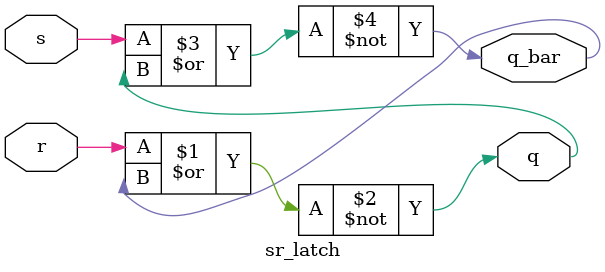
<source format=sv>
module sr_latch(
    input s, r,
    output reg q, q_bar
);

// assign q = s | q_bar;
// assign q_bar = r | ~q;


assign  q = ~(r | q_bar);
assign q_bar = ~(s | q);


// module sr_latch(
//         input s, r, clk,
//         output reg q, q_bar
//         );

// always @(posedge clk) begin
//     if (s && !r) begin
//         q <= 1;
//         q_bar <= 0;
//     end
    
//     else if (!s && r) begin
//         q <= 0;
//         q_bar <= 1;
//     end
    
//     else if (s && r) begin
//         // Invalid state, do nothing
//     end
// end

// endmodule


endmodule

</source>
